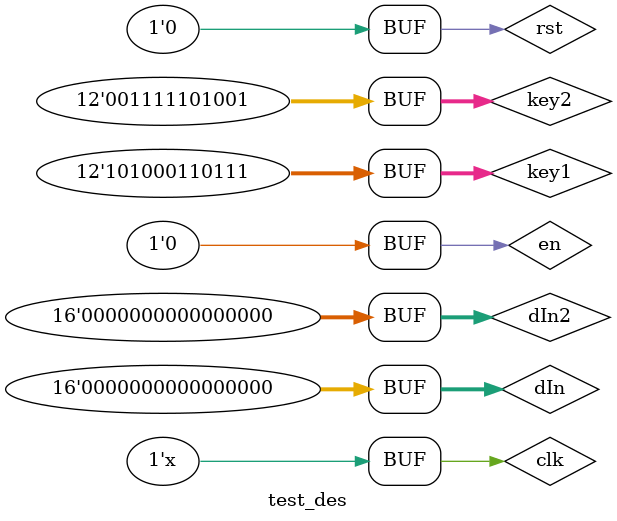
<source format=v>
`timescale 1ns / 1ps


module test_des(

    );
	reg clk=1;
	reg rst=0;
	reg en=0;
	reg [11:0] key1=12'b101000110111;
	reg [11:0] key2=12'b001111101001;
	reg [15:0] dIn=0;
    reg [15:0] dIn2=0;
	wire [15:0] dOut;
	wire [15:0] dOut2;
	wire [15:0] dOut3;
	wire valid;
	wire [63:0] urn;
	
	initial
	begin
	   rst=1;
	   #20
	   rst=0;
	   en=1;
	   // dIn=16'b1010101010101010;
	   // #2
	   // dIn=16'b1111111111111111;
	   // #2
	   // dIn=16'b1111000011110000;
	   // #2
	   // dIn=16'b0000111100001111;
	   // #2
	   dIn=0;
	   #40;
	   en=0;
	end
	
	
	always #1 clk=~clk;
	
	DES_de des
	(
		// .key1(key1),
		// .key2(key2),
		.dIn(dIn),
		.dOut(dOut),
		
		.clk(clk),
		.rst(rst),
		.en(en),
		.valid(valid)

    );
	DES_de des2
	(
		// .key1(key1),
		// .key2(key2),
		.dIn(16'b1010101010101010),
		.dOut(dOut2),
		
		.clk(clk),
		.rst(rst),
		.en(en)
		//.valid(valid)

    );
	DES_de des3
	(
		// .key1(key1),
		// .key2(key2),
		.dIn(dIn2),
		.dOut(dOut3),
		
		.clk(clk),
		.rst(rst),
		.en(en)
		//.valid(valid)

    );
    
    urn_gen keyGen
    (
        .clk(clk),
        .rst(rst),
        .urn(urn)
    );
	
endmodule

</source>
